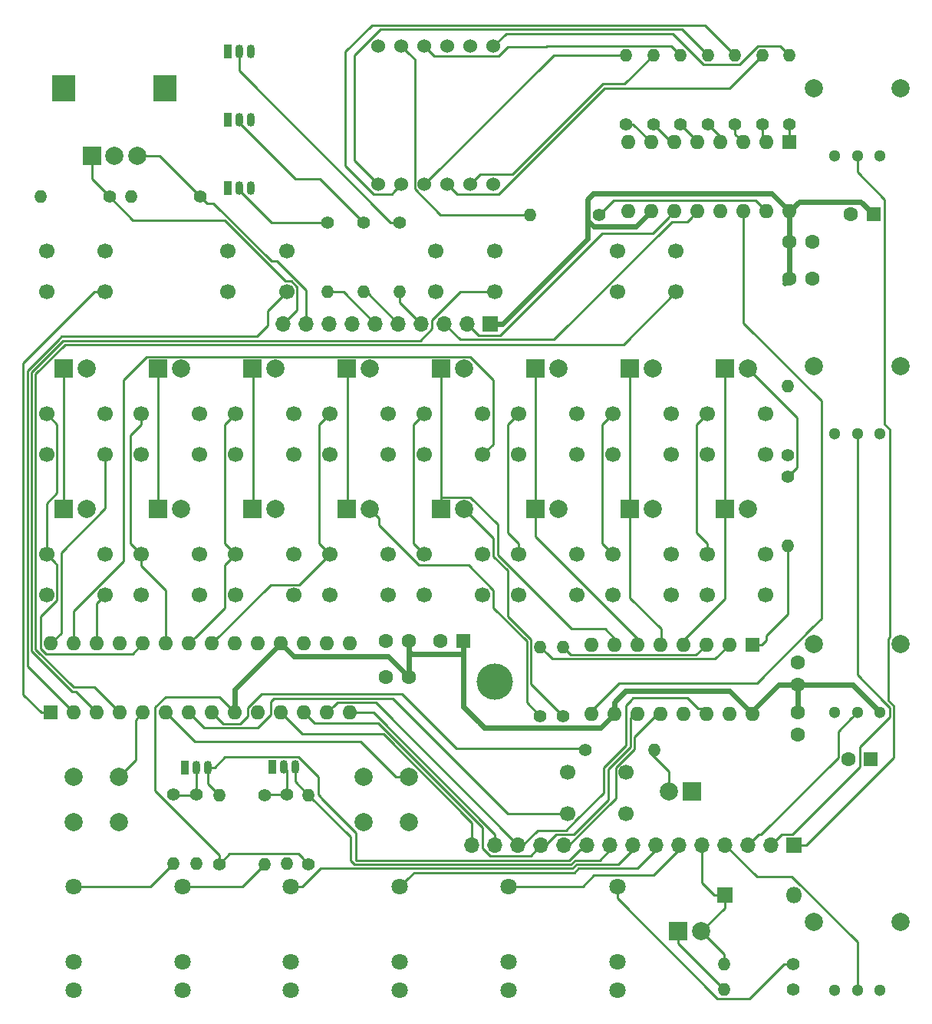
<source format=gtl>
G04 #@! TF.GenerationSoftware,KiCad,Pcbnew,(5.0.0)*
G04 #@! TF.CreationDate,2019-04-03T17:17:35-07:00*
G04 #@! TF.ProjectId,kicad-control-board,6B696361642D636F6E74726F6C2D626F,rev?*
G04 #@! TF.SameCoordinates,Original*
G04 #@! TF.FileFunction,Copper,L1,Top,Signal*
G04 #@! TF.FilePolarity,Positive*
%FSLAX46Y46*%
G04 Gerber Fmt 4.6, Leading zero omitted, Abs format (unit mm)*
G04 Created by KiCad (PCBNEW (5.0.0)) date 04/03/19 17:17:35*
%MOMM*%
%LPD*%
G01*
G04 APERTURE LIST*
G04 #@! TA.AperFunction,ComponentPad*
%ADD10C,1.524000*%
G04 #@! TD*
G04 #@! TA.AperFunction,ComponentPad*
%ADD11O,1.600000X1.600000*%
G04 #@! TD*
G04 #@! TA.AperFunction,ComponentPad*
%ADD12R,1.600000X1.600000*%
G04 #@! TD*
G04 #@! TA.AperFunction,ComponentPad*
%ADD13O,1.700000X1.700000*%
G04 #@! TD*
G04 #@! TA.AperFunction,ComponentPad*
%ADD14R,1.700000X1.700000*%
G04 #@! TD*
G04 #@! TA.AperFunction,ComponentPad*
%ADD15O,1.400000X1.400000*%
G04 #@! TD*
G04 #@! TA.AperFunction,ComponentPad*
%ADD16C,1.400000*%
G04 #@! TD*
G04 #@! TA.AperFunction,ComponentPad*
%ADD17C,1.600000*%
G04 #@! TD*
G04 #@! TA.AperFunction,ComponentPad*
%ADD18R,2.500000X3.000000*%
G04 #@! TD*
G04 #@! TA.AperFunction,ComponentPad*
%ADD19C,2.000000*%
G04 #@! TD*
G04 #@! TA.AperFunction,ComponentPad*
%ADD20R,2.000000X2.000000*%
G04 #@! TD*
G04 #@! TA.AperFunction,ComponentPad*
%ADD21C,1.700000*%
G04 #@! TD*
G04 #@! TA.AperFunction,ComponentPad*
%ADD22O,1.800000X1.800000*%
G04 #@! TD*
G04 #@! TA.AperFunction,ComponentPad*
%ADD23R,1.800000X1.800000*%
G04 #@! TD*
G04 #@! TA.AperFunction,ComponentPad*
%ADD24C,1.800000*%
G04 #@! TD*
G04 #@! TA.AperFunction,ComponentPad*
%ADD25R,0.900000X1.500000*%
G04 #@! TD*
G04 #@! TA.AperFunction,ComponentPad*
%ADD26O,0.900000X1.500000*%
G04 #@! TD*
G04 #@! TA.AperFunction,ComponentPad*
%ADD27C,1.300000*%
G04 #@! TD*
G04 #@! TA.AperFunction,ViaPad*
%ADD28C,4.000000*%
G04 #@! TD*
G04 #@! TA.AperFunction,Conductor*
%ADD29C,0.600000*%
G04 #@! TD*
G04 #@! TA.AperFunction,Conductor*
%ADD30C,0.250000*%
G04 #@! TD*
G04 APERTURE END LIST*
D10*
G04 #@! TO.P,J3,1*
G04 #@! TO.N,Net-(J3-Pad1)*
X52150000Y-30620000D03*
G04 #@! TO.P,J3,2*
G04 #@! TO.N,Net-(J3-Pad2)*
X54690000Y-30620000D03*
G04 #@! TO.P,J3,3*
G04 #@! TO.N,Net-(J3-Pad3)*
X57230000Y-30620000D03*
G04 #@! TO.P,J3,4*
G04 #@! TO.N,Net-(J3-Pad4)*
X59770000Y-30620000D03*
G04 #@! TO.P,J3,5*
G04 #@! TO.N,Net-(J3-Pad5)*
X62310000Y-30620000D03*
G04 #@! TO.P,J3,6*
G04 #@! TO.N,Net-(J3-Pad6)*
X64850000Y-30620000D03*
G04 #@! TO.P,J3,7*
G04 #@! TO.N,Net-(J3-Pad7)*
X64850000Y-15380000D03*
G04 #@! TO.P,J3,8*
G04 #@! TO.N,Net-(J3-Pad8)*
X62310000Y-15380000D03*
G04 #@! TO.P,J3,9*
G04 #@! TO.N,Net-(J3-Pad9)*
X59770000Y-15380000D03*
G04 #@! TO.P,J3,10*
G04 #@! TO.N,Net-(J3-Pad10)*
X57230000Y-15380000D03*
G04 #@! TO.P,J3,11*
G04 #@! TO.N,Net-(J3-Pad11)*
X54690000Y-15380000D03*
G04 #@! TO.P,J3,12*
G04 #@! TO.N,Net-(J3-Pad12)*
X52150000Y-15380000D03*
G04 #@! TD*
D11*
G04 #@! TO.P,U2,28*
G04 #@! TO.N,Net-(S1-Pad4)*
X16000000Y-81280000D03*
G04 #@! TO.P,U2,14*
G04 #@! TO.N,MISO*
X49020000Y-88900000D03*
G04 #@! TO.P,U2,27*
G04 #@! TO.N,Net-(S5-Pad4)*
X18540000Y-81280000D03*
G04 #@! TO.P,U2,13*
G04 #@! TO.N,MOSI*
X46480000Y-88900000D03*
G04 #@! TO.P,U2,26*
G04 #@! TO.N,Net-(S10-Pad4)*
X21080000Y-81280000D03*
G04 #@! TO.P,U2,12*
G04 #@! TO.N,SCK*
X43940000Y-88900000D03*
G04 #@! TO.P,U2,25*
G04 #@! TO.N,Net-(S13-Pad4)*
X23620000Y-81280000D03*
G04 #@! TO.P,U2,11*
G04 #@! TO.N,CS0*
X41400000Y-88900000D03*
G04 #@! TO.P,U2,24*
G04 #@! TO.N,Net-(S1-Pad1)*
X26160000Y-81280000D03*
G04 #@! TO.P,U2,10*
G04 #@! TO.N,GND*
X38860000Y-88900000D03*
G04 #@! TO.P,U2,23*
G04 #@! TO.N,Net-(S10-Pad1)*
X28700000Y-81280000D03*
G04 #@! TO.P,U2,9*
G04 #@! TO.N,+5V*
X36320000Y-88900000D03*
G04 #@! TO.P,U2,22*
G04 #@! TO.N,Net-(S11-Pad1)*
X31240000Y-81280000D03*
G04 #@! TO.P,U2,8*
G04 #@! TO.N,/A7*
X33780000Y-88900000D03*
G04 #@! TO.P,U2,21*
G04 #@! TO.N,Net-(S12-Pad1)*
X33780000Y-81280000D03*
G04 #@! TO.P,U2,7*
G04 #@! TO.N,/A6*
X31240000Y-88900000D03*
G04 #@! TO.P,U2,20*
G04 #@! TO.N,Net-(U2-Pad20)*
X36320000Y-81280000D03*
G04 #@! TO.P,U2,6*
G04 #@! TO.N,/A5*
X28700000Y-88900000D03*
G04 #@! TO.P,U2,19*
G04 #@! TO.N,Net-(U2-Pad19)*
X38860000Y-81280000D03*
G04 #@! TO.P,U2,5*
G04 #@! TO.N,/A4*
X26160000Y-88900000D03*
G04 #@! TO.P,U2,18*
G04 #@! TO.N,+5V*
X41400000Y-81280000D03*
G04 #@! TO.P,U2,4*
G04 #@! TO.N,/A3*
X23620000Y-88900000D03*
G04 #@! TO.P,U2,17*
G04 #@! TO.N,GND*
X43940000Y-81280000D03*
G04 #@! TO.P,U2,3*
G04 #@! TO.N,/A2*
X21080000Y-88900000D03*
G04 #@! TO.P,U2,16*
G04 #@! TO.N,GND*
X46480000Y-81280000D03*
G04 #@! TO.P,U2,2*
G04 #@! TO.N,/A1*
X18540000Y-88900000D03*
G04 #@! TO.P,U2,15*
G04 #@! TO.N,GND*
X49020000Y-81280000D03*
D12*
G04 #@! TO.P,U2,1*
G04 #@! TO.N,/A0*
X16000000Y-88900000D03*
G04 #@! TD*
D13*
G04 #@! TO.P,J2,15*
G04 #@! TO.N,CS0*
X62440000Y-103500000D03*
G04 #@! TO.P,J2,14*
G04 #@! TO.N,MISO*
X64980000Y-103500000D03*
G04 #@! TO.P,J2,13*
G04 #@! TO.N,MOSI*
X67520000Y-103500000D03*
G04 #@! TO.P,J2,12*
G04 #@! TO.N,SCK*
X70060000Y-103500000D03*
G04 #@! TO.P,J2,11*
G04 #@! TO.N,CS1*
X72600000Y-103500000D03*
G04 #@! TO.P,J2,10*
G04 #@! TO.N,ClockIn*
X75140000Y-103500000D03*
G04 #@! TO.P,J2,9*
G04 #@! TO.N,ResetIn*
X77680000Y-103500000D03*
G04 #@! TO.P,J2,8*
G04 #@! TO.N,CV*
X80220000Y-103500000D03*
G04 #@! TO.P,J2,7*
G04 #@! TO.N,Pitch*
X82760000Y-103500000D03*
G04 #@! TO.P,J2,6*
G04 #@! TO.N,ClockOut*
X85300000Y-103500000D03*
G04 #@! TO.P,J2,5*
G04 #@! TO.N,Gate*
X87840000Y-103500000D03*
G04 #@! TO.P,J2,4*
G04 #@! TO.N,AD4*
X90380000Y-103500000D03*
G04 #@! TO.P,J2,3*
G04 #@! TO.N,AD3*
X92920000Y-103500000D03*
G04 #@! TO.P,J2,2*
G04 #@! TO.N,AD2*
X95460000Y-103500000D03*
D14*
G04 #@! TO.P,J2,1*
G04 #@! TO.N,AD1*
X98000000Y-103500000D03*
G04 #@! TD*
D15*
G04 #@! TO.P,R23,2*
G04 #@! TO.N,Net-(J9-Pad3)*
X39600000Y-105620000D03*
D16*
G04 #@! TO.P,R23,1*
G04 #@! TO.N,Net-(Q5-Pad2)*
X39600000Y-98000000D03*
G04 #@! TD*
D17*
G04 #@! TO.P,C1,2*
G04 #@! TO.N,GND*
X59000000Y-81000000D03*
D12*
G04 #@! TO.P,C1,1*
G04 #@! TO.N,+5V*
X61500000Y-81000000D03*
G04 #@! TD*
D18*
G04 #@! TO.P,SW3,MP*
G04 #@! TO.N,N/C*
X28600000Y-20000000D03*
X17400000Y-20000000D03*
D19*
G04 #@! TO.P,SW3,B*
G04 #@! TO.N,ENC2*
X25500000Y-27500000D03*
G04 #@! TO.P,SW3,C*
G04 #@! TO.N,GND*
X23000000Y-27500000D03*
D20*
G04 #@! TO.P,SW3,A*
G04 #@! TO.N,ENC1*
X20500000Y-27500000D03*
G04 #@! TD*
D21*
G04 #@! TO.P,S9,1*
G04 #@! TO.N,Net-(S1-Pad1)*
X15500000Y-71450000D03*
G04 #@! TO.P,S9,2*
G04 #@! TO.N,Net-(S9-Pad2)*
X22000000Y-71450000D03*
G04 #@! TO.P,S9,3*
G04 #@! TO.N,Net-(S9-Pad3)*
X15500000Y-75950000D03*
G04 #@! TO.P,S9,4*
G04 #@! TO.N,Net-(S10-Pad4)*
X22000000Y-75950000D03*
G04 #@! TD*
D16*
G04 #@! TO.P,R14,1*
G04 #@! TO.N,Net-(Q1-Pad2)*
X54500000Y-34850000D03*
D15*
G04 #@! TO.P,R14,2*
G04 #@! TO.N,DIG1*
X54500000Y-42470000D03*
G04 #@! TD*
G04 #@! TO.P,R15,2*
G04 #@! TO.N,DIG2*
X50500000Y-42470000D03*
D16*
G04 #@! TO.P,R15,1*
G04 #@! TO.N,Net-(Q2-Pad2)*
X50500000Y-34850000D03*
G04 #@! TD*
G04 #@! TO.P,R16,1*
G04 #@! TO.N,Net-(Q3-Pad2)*
X46500000Y-34850000D03*
D15*
G04 #@! TO.P,R16,2*
G04 #@! TO.N,DIG3*
X46500000Y-42470000D03*
G04 #@! TD*
G04 #@! TO.P,R17,2*
G04 #@! TO.N,Net-(D18-Pad2)*
X82620000Y-93000000D03*
D16*
G04 #@! TO.P,R17,1*
G04 #@! TO.N,/A7*
X75000000Y-93000000D03*
G04 #@! TD*
G04 #@! TO.P,R19,1*
G04 #@! TO.N,+5V*
X34550000Y-105600000D03*
D15*
G04 #@! TO.P,R19,2*
G04 #@! TO.N,ClockIn*
X34550000Y-97980000D03*
G04 #@! TD*
G04 #@! TO.P,R21,2*
G04 #@! TO.N,GND*
X32050000Y-105570000D03*
D16*
G04 #@! TO.P,R21,1*
G04 #@! TO.N,Net-(Q4-Pad2)*
X32050000Y-97950000D03*
G04 #@! TD*
G04 #@! TO.P,R26,1*
G04 #@! TO.N,ENC2*
X32500000Y-32000000D03*
D15*
G04 #@! TO.P,R26,2*
G04 #@! TO.N,GND*
X24880000Y-32000000D03*
G04 #@! TD*
D16*
G04 #@! TO.P,R24,1*
G04 #@! TO.N,Net-(Q5-Pad2)*
X42050000Y-97950000D03*
D15*
G04 #@! TO.P,R24,2*
G04 #@! TO.N,GND*
X42050000Y-105570000D03*
G04 #@! TD*
G04 #@! TO.P,R25,2*
G04 #@! TO.N,GND*
X14830000Y-32000000D03*
D16*
G04 #@! TO.P,R25,1*
G04 #@! TO.N,ENC1*
X22450000Y-32000000D03*
G04 #@! TD*
G04 #@! TO.P,R18,1*
G04 #@! TO.N,Net-(J4-Pad3)*
X97900000Y-116600000D03*
D15*
G04 #@! TO.P,R18,2*
G04 #@! TO.N,Gate*
X90280000Y-116600000D03*
G04 #@! TD*
G04 #@! TO.P,R13,2*
G04 #@! TO.N,Net-(D17-Pad1)*
X90280000Y-119400000D03*
D16*
G04 #@! TO.P,R13,1*
G04 #@! TO.N,GND*
X97900000Y-119400000D03*
G04 #@! TD*
G04 #@! TO.P,R22,1*
G04 #@! TO.N,+5V*
X44450000Y-105600000D03*
D15*
G04 #@! TO.P,R22,2*
G04 #@! TO.N,ResetIn*
X44450000Y-97980000D03*
G04 #@! TD*
G04 #@! TO.P,R1,2*
G04 #@! TO.N,Net-(D1-Pad2)*
X97300000Y-52880000D03*
D16*
G04 #@! TO.P,R1,1*
G04 #@! TO.N,Net-(R1-Pad1)*
X97300000Y-60500000D03*
G04 #@! TD*
G04 #@! TO.P,R2,1*
G04 #@! TO.N,Net-(D5-Pad2)*
X97300000Y-62900000D03*
D15*
G04 #@! TO.P,R2,2*
G04 #@! TO.N,Net-(R2-Pad2)*
X97300000Y-70520000D03*
G04 #@! TD*
G04 #@! TO.P,R3,2*
G04 #@! TO.N,Net-(R3-Pad2)*
X70000000Y-81630000D03*
D16*
G04 #@! TO.P,R3,1*
G04 #@! TO.N,Net-(D10-Pad2)*
X70000000Y-89250000D03*
G04 #@! TD*
G04 #@! TO.P,R4,1*
G04 #@! TO.N,Net-(D13-Pad2)*
X72500000Y-89250000D03*
D15*
G04 #@! TO.P,R4,2*
G04 #@! TO.N,Net-(R4-Pad2)*
X72500000Y-81630000D03*
G04 #@! TD*
G04 #@! TO.P,R5,2*
G04 #@! TO.N,Net-(J3-Pad11)*
X68880000Y-34000000D03*
D16*
G04 #@! TO.P,R5,1*
G04 #@! TO.N,Net-(R5-Pad1)*
X76500000Y-34000000D03*
G04 #@! TD*
G04 #@! TO.P,R12,1*
G04 #@! TO.N,Net-(R12-Pad1)*
X79500000Y-24000000D03*
D15*
G04 #@! TO.P,R12,2*
G04 #@! TO.N,Net-(J3-Pad3)*
X79500000Y-16380000D03*
G04 #@! TD*
G04 #@! TO.P,R8,2*
G04 #@! TO.N,Net-(J3-Pad2)*
X91500000Y-16380000D03*
D16*
G04 #@! TO.P,R8,1*
G04 #@! TO.N,Net-(R8-Pad1)*
X91500000Y-24000000D03*
G04 #@! TD*
G04 #@! TO.P,R9,1*
G04 #@! TO.N,Net-(R9-Pad1)*
X88500000Y-24000000D03*
D15*
G04 #@! TO.P,R9,2*
G04 #@! TO.N,Net-(J3-Pad1)*
X88500000Y-16380000D03*
G04 #@! TD*
G04 #@! TO.P,R10,2*
G04 #@! TO.N,Net-(J3-Pad10)*
X85500000Y-16380000D03*
D16*
G04 #@! TO.P,R10,1*
G04 #@! TO.N,Net-(R10-Pad1)*
X85500000Y-24000000D03*
G04 #@! TD*
G04 #@! TO.P,R11,1*
G04 #@! TO.N,Net-(R11-Pad1)*
X82500000Y-24000000D03*
D15*
G04 #@! TO.P,R11,2*
G04 #@! TO.N,Net-(J3-Pad5)*
X82500000Y-16380000D03*
G04 #@! TD*
G04 #@! TO.P,R20,2*
G04 #@! TO.N,Net-(J6-Pad3)*
X29500000Y-105570000D03*
D16*
G04 #@! TO.P,R20,1*
G04 #@! TO.N,Net-(Q4-Pad2)*
X29500000Y-97950000D03*
G04 #@! TD*
G04 #@! TO.P,R6,1*
G04 #@! TO.N,Net-(R6-Pad1)*
X97500000Y-24000000D03*
D15*
G04 #@! TO.P,R6,2*
G04 #@! TO.N,Net-(J3-Pad7)*
X97500000Y-16380000D03*
G04 #@! TD*
G04 #@! TO.P,R7,2*
G04 #@! TO.N,Net-(J3-Pad4)*
X94500000Y-16380000D03*
D16*
G04 #@! TO.P,R7,1*
G04 #@! TO.N,Net-(R7-Pad1)*
X94500000Y-24000000D03*
G04 #@! TD*
D17*
G04 #@! TO.P,C2,2*
G04 #@! TO.N,GND*
X98400000Y-91325000D03*
G04 #@! TO.P,C2,1*
G04 #@! TO.N,+5V*
X98400000Y-88825000D03*
G04 #@! TD*
G04 #@! TO.P,C3,2*
G04 #@! TO.N,GND*
X100000000Y-37000000D03*
G04 #@! TO.P,C3,1*
G04 #@! TO.N,+5V*
X97500000Y-37000000D03*
G04 #@! TD*
G04 #@! TO.P,C4,2*
G04 #@! TO.N,GND*
X104000000Y-94000000D03*
D12*
G04 #@! TO.P,C4,1*
G04 #@! TO.N,+5V*
X106500000Y-94000000D03*
G04 #@! TD*
D17*
G04 #@! TO.P,C5,1*
G04 #@! TO.N,+5V*
X55500000Y-85000000D03*
G04 #@! TO.P,C5,2*
G04 #@! TO.N,GND*
X53000000Y-85000000D03*
G04 #@! TD*
G04 #@! TO.P,C6,2*
G04 #@! TO.N,GND*
X53000000Y-81000000D03*
G04 #@! TO.P,C6,1*
G04 #@! TO.N,+5V*
X55500000Y-81000000D03*
G04 #@! TD*
G04 #@! TO.P,C7,2*
G04 #@! TO.N,GND*
X104300000Y-33950000D03*
D12*
G04 #@! TO.P,C7,1*
G04 #@! TO.N,+5V*
X106800000Y-33950000D03*
G04 #@! TD*
D17*
G04 #@! TO.P,C8,2*
G04 #@! TO.N,GND*
X100000000Y-41000000D03*
G04 #@! TO.P,C8,1*
G04 #@! TO.N,+5V*
X97500000Y-41000000D03*
G04 #@! TD*
G04 #@! TO.P,C9,1*
G04 #@! TO.N,+5V*
X98400000Y-85825000D03*
G04 #@! TO.P,C9,2*
G04 #@! TO.N,GND*
X98400000Y-83325000D03*
G04 #@! TD*
D20*
G04 #@! TO.P,D1,1*
G04 #@! TO.N,Net-(D1-Pad1)*
X17430000Y-50950000D03*
D19*
G04 #@! TO.P,D1,2*
G04 #@! TO.N,Net-(D1-Pad2)*
X19970000Y-50950000D03*
G04 #@! TD*
D20*
G04 #@! TO.P,D2,1*
G04 #@! TO.N,Net-(D10-Pad1)*
X27846326Y-50950000D03*
D19*
G04 #@! TO.P,D2,2*
G04 #@! TO.N,Net-(D1-Pad2)*
X30386326Y-50950000D03*
G04 #@! TD*
G04 #@! TO.P,D3,2*
G04 #@! TO.N,Net-(D1-Pad2)*
X40802652Y-50950000D03*
D20*
G04 #@! TO.P,D3,1*
G04 #@! TO.N,Net-(D11-Pad1)*
X38262652Y-50950000D03*
G04 #@! TD*
D19*
G04 #@! TO.P,D4,2*
G04 #@! TO.N,Net-(D1-Pad2)*
X51218978Y-50950000D03*
D20*
G04 #@! TO.P,D4,1*
G04 #@! TO.N,Net-(D12-Pad1)*
X48678978Y-50950000D03*
G04 #@! TD*
G04 #@! TO.P,D5,1*
G04 #@! TO.N,Net-(D1-Pad1)*
X90344284Y-50950000D03*
D19*
G04 #@! TO.P,D5,2*
G04 #@! TO.N,Net-(D5-Pad2)*
X92884284Y-50950000D03*
G04 #@! TD*
D20*
G04 #@! TO.P,D6,1*
G04 #@! TO.N,Net-(D10-Pad1)*
X79927956Y-50950000D03*
D19*
G04 #@! TO.P,D6,2*
G04 #@! TO.N,Net-(D5-Pad2)*
X82467956Y-50950000D03*
G04 #@! TD*
D20*
G04 #@! TO.P,D7,1*
G04 #@! TO.N,Net-(D11-Pad1)*
X69511630Y-50950000D03*
D19*
G04 #@! TO.P,D7,2*
G04 #@! TO.N,Net-(D5-Pad2)*
X72051630Y-50950000D03*
G04 #@! TD*
D20*
G04 #@! TO.P,D8,1*
G04 #@! TO.N,Net-(D12-Pad1)*
X59095304Y-50950000D03*
D19*
G04 #@! TO.P,D8,2*
G04 #@! TO.N,Net-(D5-Pad2)*
X61635304Y-50950000D03*
G04 #@! TD*
D20*
G04 #@! TO.P,D9,1*
G04 #@! TO.N,Net-(D1-Pad1)*
X17430000Y-66450000D03*
D19*
G04 #@! TO.P,D9,2*
G04 #@! TO.N,Net-(D10-Pad2)*
X19970000Y-66450000D03*
G04 #@! TD*
D20*
G04 #@! TO.P,D10,1*
G04 #@! TO.N,Net-(D10-Pad1)*
X27846326Y-66450000D03*
D19*
G04 #@! TO.P,D10,2*
G04 #@! TO.N,Net-(D10-Pad2)*
X30386326Y-66450000D03*
G04 #@! TD*
D20*
G04 #@! TO.P,D11,1*
G04 #@! TO.N,Net-(D11-Pad1)*
X38262652Y-66450000D03*
D19*
G04 #@! TO.P,D11,2*
G04 #@! TO.N,Net-(D10-Pad2)*
X40802652Y-66450000D03*
G04 #@! TD*
D20*
G04 #@! TO.P,D12,1*
G04 #@! TO.N,Net-(D12-Pad1)*
X48678978Y-66450000D03*
D19*
G04 #@! TO.P,D12,2*
G04 #@! TO.N,Net-(D10-Pad2)*
X51218978Y-66450000D03*
G04 #@! TD*
G04 #@! TO.P,D13,2*
G04 #@! TO.N,Net-(D13-Pad2)*
X92884284Y-66450000D03*
D20*
G04 #@! TO.P,D13,1*
G04 #@! TO.N,Net-(D1-Pad1)*
X90344284Y-66450000D03*
G04 #@! TD*
D19*
G04 #@! TO.P,D14,2*
G04 #@! TO.N,Net-(D13-Pad2)*
X82467956Y-66450000D03*
D20*
G04 #@! TO.P,D14,1*
G04 #@! TO.N,Net-(D10-Pad1)*
X79927956Y-66450000D03*
G04 #@! TD*
G04 #@! TO.P,D15,1*
G04 #@! TO.N,Net-(D11-Pad1)*
X69511630Y-66450000D03*
D19*
G04 #@! TO.P,D15,2*
G04 #@! TO.N,Net-(D13-Pad2)*
X72051630Y-66450000D03*
G04 #@! TD*
D20*
G04 #@! TO.P,D16,1*
G04 #@! TO.N,Net-(D12-Pad1)*
X59095304Y-66450000D03*
D19*
G04 #@! TO.P,D16,2*
G04 #@! TO.N,Net-(D13-Pad2)*
X61635304Y-66450000D03*
G04 #@! TD*
D20*
G04 #@! TO.P,D17,1*
G04 #@! TO.N,Net-(D17-Pad1)*
X85230000Y-113000000D03*
D19*
G04 #@! TO.P,D17,2*
G04 #@! TO.N,Gate*
X87770000Y-113000000D03*
G04 #@! TD*
G04 #@! TO.P,D18,2*
G04 #@! TO.N,Net-(D18-Pad2)*
X84180000Y-97600000D03*
D20*
G04 #@! TO.P,D18,1*
G04 #@! TO.N,GND*
X86720000Y-97600000D03*
G04 #@! TD*
D22*
G04 #@! TO.P,D19,2*
G04 #@! TO.N,GND*
X97970000Y-109000000D03*
D23*
G04 #@! TO.P,D19,1*
G04 #@! TO.N,Gate*
X90350000Y-109000000D03*
G04 #@! TD*
D14*
G04 #@! TO.P,J1,1*
G04 #@! TO.N,+5V*
X64500000Y-46000000D03*
D13*
G04 #@! TO.P,J1,2*
G04 #@! TO.N,SCKA*
X61960000Y-46000000D03*
G04 #@! TO.P,J1,3*
G04 #@! TO.N,CS1A*
X59420000Y-46000000D03*
G04 #@! TO.P,J1,4*
G04 #@! TO.N,DIG1*
X56880000Y-46000000D03*
G04 #@! TO.P,J1,5*
G04 #@! TO.N,DIG2*
X54340000Y-46000000D03*
G04 #@! TO.P,J1,6*
G04 #@! TO.N,DIG3*
X51800000Y-46000000D03*
G04 #@! TO.P,J1,7*
G04 #@! TO.N,GND*
X49260000Y-46000000D03*
G04 #@! TO.P,J1,8*
X46720000Y-46000000D03*
G04 #@! TO.P,J1,9*
G04 #@! TO.N,ENC2*
X44180000Y-46000000D03*
G04 #@! TO.P,J1,10*
G04 #@! TO.N,ENC1*
X41640000Y-46000000D03*
G04 #@! TD*
D24*
G04 #@! TO.P,J4,3*
G04 #@! TO.N,Net-(J4-Pad3)*
X78500000Y-108080000D03*
G04 #@! TO.P,J4,1*
G04 #@! TO.N,GND*
X78500000Y-119480000D03*
G04 #@! TO.P,J4,2*
G04 #@! TO.N,Net-(J4-Pad2)*
X78500000Y-116380000D03*
G04 #@! TD*
G04 #@! TO.P,J5,3*
G04 #@! TO.N,ClockOut*
X66500000Y-108080000D03*
G04 #@! TO.P,J5,1*
G04 #@! TO.N,GND*
X66500000Y-119480000D03*
G04 #@! TO.P,J5,2*
G04 #@! TO.N,Net-(J5-Pad2)*
X66500000Y-116380000D03*
G04 #@! TD*
G04 #@! TO.P,J6,2*
G04 #@! TO.N,Net-(J6-Pad2)*
X18500000Y-116380000D03*
G04 #@! TO.P,J6,1*
G04 #@! TO.N,GND*
X18500000Y-119480000D03*
G04 #@! TO.P,J6,3*
G04 #@! TO.N,Net-(J6-Pad3)*
X18500000Y-108080000D03*
G04 #@! TD*
G04 #@! TO.P,J7,2*
G04 #@! TO.N,Net-(J7-Pad2)*
X54500000Y-116380000D03*
G04 #@! TO.P,J7,1*
G04 #@! TO.N,GND*
X54500000Y-119480000D03*
G04 #@! TO.P,J7,3*
G04 #@! TO.N,Pitch*
X54500000Y-108080000D03*
G04 #@! TD*
G04 #@! TO.P,J8,2*
G04 #@! TO.N,Net-(J8-Pad2)*
X42500000Y-116380000D03*
G04 #@! TO.P,J8,1*
G04 #@! TO.N,GND*
X42500000Y-119480000D03*
G04 #@! TO.P,J8,3*
G04 #@! TO.N,CV*
X42500000Y-108080000D03*
G04 #@! TD*
G04 #@! TO.P,J9,3*
G04 #@! TO.N,Net-(J9-Pad3)*
X30500000Y-108080000D03*
G04 #@! TO.P,J9,1*
G04 #@! TO.N,GND*
X30500000Y-119480000D03*
G04 #@! TO.P,J9,2*
G04 #@! TO.N,Net-(J9-Pad2)*
X30500000Y-116380000D03*
G04 #@! TD*
D25*
G04 #@! TO.P,Q1,1*
G04 #@! TO.N,GND*
X35500000Y-16000000D03*
D26*
G04 #@! TO.P,Q1,3*
G04 #@! TO.N,Net-(J3-Pad12)*
X38040000Y-16000000D03*
G04 #@! TO.P,Q1,2*
G04 #@! TO.N,Net-(Q1-Pad2)*
X36770000Y-16000000D03*
G04 #@! TD*
G04 #@! TO.P,Q2,2*
G04 #@! TO.N,Net-(Q2-Pad2)*
X36770000Y-23500000D03*
G04 #@! TO.P,Q2,3*
G04 #@! TO.N,Net-(J3-Pad9)*
X38040000Y-23500000D03*
D25*
G04 #@! TO.P,Q2,1*
G04 #@! TO.N,GND*
X35500000Y-23500000D03*
G04 #@! TD*
G04 #@! TO.P,Q3,1*
G04 #@! TO.N,GND*
X35500000Y-31000000D03*
D26*
G04 #@! TO.P,Q3,3*
G04 #@! TO.N,Net-(J3-Pad8)*
X38040000Y-31000000D03*
G04 #@! TO.P,Q3,2*
G04 #@! TO.N,Net-(Q3-Pad2)*
X36770000Y-31000000D03*
G04 #@! TD*
D25*
G04 #@! TO.P,Q4,1*
G04 #@! TO.N,GND*
X30800000Y-94950000D03*
D26*
G04 #@! TO.P,Q4,3*
G04 #@! TO.N,ClockIn*
X33340000Y-94950000D03*
G04 #@! TO.P,Q4,2*
G04 #@! TO.N,Net-(Q4-Pad2)*
X32070000Y-94950000D03*
G04 #@! TD*
G04 #@! TO.P,Q5,2*
G04 #@! TO.N,Net-(Q5-Pad2)*
X41720000Y-94850000D03*
G04 #@! TO.P,Q5,3*
G04 #@! TO.N,ResetIn*
X42990000Y-94850000D03*
D25*
G04 #@! TO.P,Q5,1*
G04 #@! TO.N,GND*
X40450000Y-94850000D03*
G04 #@! TD*
D19*
G04 #@! TO.P,RV1,*
G04 #@! TO.N,*
X109800000Y-20000000D03*
X100200000Y-20000000D03*
D27*
G04 #@! TO.P,RV1,3*
G04 #@! TO.N,+5V*
X107500000Y-27500000D03*
G04 #@! TO.P,RV1,2*
G04 #@! TO.N,AD1*
X105000000Y-27500000D03*
G04 #@! TO.P,RV1,1*
G04 #@! TO.N,GND*
X102500000Y-27500000D03*
G04 #@! TD*
G04 #@! TO.P,RV2,1*
G04 #@! TO.N,GND*
X102500000Y-58166666D03*
G04 #@! TO.P,RV2,2*
G04 #@! TO.N,AD2*
X105000000Y-58166666D03*
G04 #@! TO.P,RV2,3*
G04 #@! TO.N,+5V*
X107500000Y-58166666D03*
D19*
G04 #@! TO.P,RV2,*
G04 #@! TO.N,*
X100200000Y-50666666D03*
X109800000Y-50666666D03*
G04 #@! TD*
G04 #@! TO.P,RV3,*
G04 #@! TO.N,*
X109800000Y-81333332D03*
X100200000Y-81333332D03*
D27*
G04 #@! TO.P,RV3,3*
G04 #@! TO.N,+5V*
X107500000Y-88833332D03*
G04 #@! TO.P,RV3,2*
G04 #@! TO.N,AD3*
X105000000Y-88833332D03*
G04 #@! TO.P,RV3,1*
G04 #@! TO.N,GND*
X102500000Y-88833332D03*
G04 #@! TD*
G04 #@! TO.P,RV4,1*
G04 #@! TO.N,GND*
X102500000Y-119500000D03*
G04 #@! TO.P,RV4,2*
G04 #@! TO.N,AD4*
X105000000Y-119500000D03*
G04 #@! TO.P,RV4,3*
G04 #@! TO.N,+5V*
X107500000Y-119500000D03*
D19*
G04 #@! TO.P,RV4,*
G04 #@! TO.N,*
X100200000Y-112000000D03*
X109800000Y-112000000D03*
G04 #@! TD*
D21*
G04 #@! TO.P,S1,4*
G04 #@! TO.N,Net-(S1-Pad4)*
X22000000Y-60450000D03*
G04 #@! TO.P,S1,3*
G04 #@! TO.N,Net-(S1-Pad3)*
X15500000Y-60450000D03*
G04 #@! TO.P,S1,2*
G04 #@! TO.N,Net-(S1-Pad2)*
X22000000Y-55950000D03*
G04 #@! TO.P,S1,1*
G04 #@! TO.N,Net-(S1-Pad1)*
X15500000Y-55950000D03*
G04 #@! TD*
G04 #@! TO.P,S2,1*
G04 #@! TO.N,Net-(S10-Pad1)*
X25916326Y-55950000D03*
G04 #@! TO.P,S2,2*
G04 #@! TO.N,Net-(S2-Pad2)*
X32416326Y-55950000D03*
G04 #@! TO.P,S2,3*
G04 #@! TO.N,Net-(S2-Pad3)*
X25916326Y-60450000D03*
G04 #@! TO.P,S2,4*
G04 #@! TO.N,Net-(S1-Pad4)*
X32416326Y-60450000D03*
G04 #@! TD*
G04 #@! TO.P,S3,4*
G04 #@! TO.N,Net-(S1-Pad4)*
X42832652Y-60450000D03*
G04 #@! TO.P,S3,3*
G04 #@! TO.N,Net-(S3-Pad3)*
X36332652Y-60450000D03*
G04 #@! TO.P,S3,2*
G04 #@! TO.N,Net-(S3-Pad2)*
X42832652Y-55950000D03*
G04 #@! TO.P,S3,1*
G04 #@! TO.N,Net-(S11-Pad1)*
X36332652Y-55950000D03*
G04 #@! TD*
G04 #@! TO.P,S4,4*
G04 #@! TO.N,Net-(S1-Pad4)*
X53248978Y-60450000D03*
G04 #@! TO.P,S4,3*
G04 #@! TO.N,Net-(S4-Pad3)*
X46748978Y-60450000D03*
G04 #@! TO.P,S4,2*
G04 #@! TO.N,Net-(S4-Pad2)*
X53248978Y-55950000D03*
G04 #@! TO.P,S4,1*
G04 #@! TO.N,Net-(S12-Pad1)*
X46748978Y-55950000D03*
G04 #@! TD*
G04 #@! TO.P,S5,1*
G04 #@! TO.N,Net-(S1-Pad1)*
X88414284Y-55950000D03*
G04 #@! TO.P,S5,2*
G04 #@! TO.N,Net-(S5-Pad2)*
X94914284Y-55950000D03*
G04 #@! TO.P,S5,3*
G04 #@! TO.N,Net-(S5-Pad3)*
X88414284Y-60450000D03*
G04 #@! TO.P,S5,4*
G04 #@! TO.N,Net-(S5-Pad4)*
X94914284Y-60450000D03*
G04 #@! TD*
G04 #@! TO.P,S6,1*
G04 #@! TO.N,Net-(S10-Pad1)*
X77997956Y-55950000D03*
G04 #@! TO.P,S6,2*
G04 #@! TO.N,Net-(S6-Pad2)*
X84497956Y-55950000D03*
G04 #@! TO.P,S6,3*
G04 #@! TO.N,Net-(S6-Pad3)*
X77997956Y-60450000D03*
G04 #@! TO.P,S6,4*
G04 #@! TO.N,Net-(S5-Pad4)*
X84497956Y-60450000D03*
G04 #@! TD*
G04 #@! TO.P,S7,4*
G04 #@! TO.N,Net-(S5-Pad4)*
X74081630Y-60450000D03*
G04 #@! TO.P,S7,3*
G04 #@! TO.N,Net-(S7-Pad3)*
X67581630Y-60450000D03*
G04 #@! TO.P,S7,2*
G04 #@! TO.N,Net-(S7-Pad2)*
X74081630Y-55950000D03*
G04 #@! TO.P,S7,1*
G04 #@! TO.N,Net-(S11-Pad1)*
X67581630Y-55950000D03*
G04 #@! TD*
G04 #@! TO.P,S8,1*
G04 #@! TO.N,Net-(S12-Pad1)*
X57165304Y-55950000D03*
G04 #@! TO.P,S8,2*
G04 #@! TO.N,Net-(S8-Pad2)*
X63665304Y-55950000D03*
G04 #@! TO.P,S8,3*
G04 #@! TO.N,Net-(S8-Pad3)*
X57165304Y-60450000D03*
G04 #@! TO.P,S8,4*
G04 #@! TO.N,Net-(S5-Pad4)*
X63665304Y-60450000D03*
G04 #@! TD*
G04 #@! TO.P,S10,4*
G04 #@! TO.N,Net-(S10-Pad4)*
X32416326Y-75950000D03*
G04 #@! TO.P,S10,3*
G04 #@! TO.N,Net-(S10-Pad3)*
X25916326Y-75950000D03*
G04 #@! TO.P,S10,2*
G04 #@! TO.N,Net-(S10-Pad2)*
X32416326Y-71450000D03*
G04 #@! TO.P,S10,1*
G04 #@! TO.N,Net-(S10-Pad1)*
X25916326Y-71450000D03*
G04 #@! TD*
G04 #@! TO.P,S11,1*
G04 #@! TO.N,Net-(S11-Pad1)*
X36332652Y-71450000D03*
G04 #@! TO.P,S11,2*
G04 #@! TO.N,Net-(S11-Pad2)*
X42832652Y-71450000D03*
G04 #@! TO.P,S11,3*
G04 #@! TO.N,Net-(S11-Pad3)*
X36332652Y-75950000D03*
G04 #@! TO.P,S11,4*
G04 #@! TO.N,Net-(S10-Pad4)*
X42832652Y-75950000D03*
G04 #@! TD*
G04 #@! TO.P,S12,1*
G04 #@! TO.N,Net-(S12-Pad1)*
X46748978Y-71450000D03*
G04 #@! TO.P,S12,2*
G04 #@! TO.N,Net-(S12-Pad2)*
X53248978Y-71450000D03*
G04 #@! TO.P,S12,3*
G04 #@! TO.N,Net-(S12-Pad3)*
X46748978Y-75950000D03*
G04 #@! TO.P,S12,4*
G04 #@! TO.N,Net-(S10-Pad4)*
X53248978Y-75950000D03*
G04 #@! TD*
G04 #@! TO.P,S13,4*
G04 #@! TO.N,Net-(S13-Pad4)*
X94914284Y-75950000D03*
G04 #@! TO.P,S13,3*
G04 #@! TO.N,Net-(S13-Pad3)*
X88414284Y-75950000D03*
G04 #@! TO.P,S13,2*
G04 #@! TO.N,Net-(S13-Pad2)*
X94914284Y-71450000D03*
G04 #@! TO.P,S13,1*
G04 #@! TO.N,Net-(S1-Pad1)*
X88414284Y-71450000D03*
G04 #@! TD*
G04 #@! TO.P,S14,1*
G04 #@! TO.N,Net-(S10-Pad1)*
X77997956Y-71450000D03*
G04 #@! TO.P,S14,2*
G04 #@! TO.N,Net-(S14-Pad2)*
X84497956Y-71450000D03*
G04 #@! TO.P,S14,3*
G04 #@! TO.N,Net-(S14-Pad3)*
X77997956Y-75950000D03*
G04 #@! TO.P,S14,4*
G04 #@! TO.N,Net-(S13-Pad4)*
X84497956Y-75950000D03*
G04 #@! TD*
G04 #@! TO.P,S15,4*
G04 #@! TO.N,Net-(S13-Pad4)*
X74081630Y-75950000D03*
G04 #@! TO.P,S15,3*
G04 #@! TO.N,Net-(S15-Pad3)*
X67581630Y-75950000D03*
G04 #@! TO.P,S15,2*
G04 #@! TO.N,Net-(S15-Pad2)*
X74081630Y-71450000D03*
G04 #@! TO.P,S15,1*
G04 #@! TO.N,Net-(S11-Pad1)*
X67581630Y-71450000D03*
G04 #@! TD*
G04 #@! TO.P,S16,1*
G04 #@! TO.N,Net-(S12-Pad1)*
X57165304Y-71450000D03*
G04 #@! TO.P,S16,2*
G04 #@! TO.N,Net-(S16-Pad2)*
X63665304Y-71450000D03*
G04 #@! TO.P,S16,3*
G04 #@! TO.N,Net-(S16-Pad3)*
X57165304Y-75950000D03*
G04 #@! TO.P,S16,4*
G04 #@! TO.N,Net-(S13-Pad4)*
X63665304Y-75950000D03*
G04 #@! TD*
G04 #@! TO.P,S17,1*
G04 #@! TO.N,Net-(S17-Pad1)*
X35500000Y-38000000D03*
G04 #@! TO.P,S17,2*
G04 #@! TO.N,GND*
X42000000Y-38000000D03*
G04 #@! TO.P,S17,3*
G04 #@! TO.N,Net-(S17-Pad3)*
X35500000Y-42500000D03*
G04 #@! TO.P,S17,4*
G04 #@! TO.N,/A1*
X42000000Y-42500000D03*
G04 #@! TD*
G04 #@! TO.P,S18,4*
G04 #@! TO.N,/A2*
X65000000Y-42500000D03*
G04 #@! TO.P,S18,3*
G04 #@! TO.N,Net-(S18-Pad3)*
X58500000Y-42500000D03*
G04 #@! TO.P,S18,2*
G04 #@! TO.N,GND*
X65000000Y-38000000D03*
G04 #@! TO.P,S18,1*
G04 #@! TO.N,Net-(S18-Pad1)*
X58500000Y-38000000D03*
G04 #@! TD*
G04 #@! TO.P,S19,4*
G04 #@! TO.N,/A3*
X85000000Y-42500000D03*
G04 #@! TO.P,S19,3*
G04 #@! TO.N,Net-(S19-Pad3)*
X78500000Y-42500000D03*
G04 #@! TO.P,S19,2*
G04 #@! TO.N,GND*
X85000000Y-38000000D03*
G04 #@! TO.P,S19,1*
G04 #@! TO.N,Net-(S19-Pad1)*
X78500000Y-38000000D03*
G04 #@! TD*
G04 #@! TO.P,S20,1*
G04 #@! TO.N,Net-(S20-Pad1)*
X15500000Y-38000000D03*
G04 #@! TO.P,S20,2*
G04 #@! TO.N,GND*
X22000000Y-38000000D03*
G04 #@! TO.P,S20,3*
G04 #@! TO.N,Net-(S20-Pad3)*
X15500000Y-42500000D03*
G04 #@! TO.P,S20,4*
G04 #@! TO.N,/A0*
X22000000Y-42500000D03*
G04 #@! TD*
G04 #@! TO.P,S21,4*
G04 #@! TO.N,GND*
X73000000Y-95500000D03*
G04 #@! TO.P,S21,3*
G04 #@! TO.N,Net-(S21-Pad3)*
X79500000Y-95500000D03*
G04 #@! TO.P,S21,2*
G04 #@! TO.N,/A6*
X73000000Y-100000000D03*
G04 #@! TO.P,S21,1*
G04 #@! TO.N,Net-(S21-Pad1)*
X79500000Y-100000000D03*
G04 #@! TD*
D19*
G04 #@! TO.P,SW1,1*
G04 #@! TO.N,GND*
X18500000Y-96000000D03*
G04 #@! TO.P,SW1,2*
G04 #@! TO.N,/A4*
X23500000Y-96000000D03*
G04 #@! TO.P,SW1,4*
G04 #@! TO.N,N/C*
X23500000Y-101000000D03*
G04 #@! TO.P,SW1,3*
X18500000Y-101000000D03*
G04 #@! TD*
G04 #@! TO.P,SW2,3*
G04 #@! TO.N,N/C*
X50500000Y-101000000D03*
G04 #@! TO.P,SW2,4*
X55500000Y-101000000D03*
G04 #@! TO.P,SW2,2*
G04 #@! TO.N,/A5*
X55500000Y-96000000D03*
G04 #@! TO.P,SW2,1*
G04 #@! TO.N,GND*
X50500000Y-96000000D03*
G04 #@! TD*
D11*
G04 #@! TO.P,U1,16*
G04 #@! TO.N,+5V*
X93400000Y-89020000D03*
G04 #@! TO.P,U1,8*
G04 #@! TO.N,GND*
X75620000Y-81400000D03*
G04 #@! TO.P,U1,15*
G04 #@! TO.N,Net-(R1-Pad1)*
X90860000Y-89020000D03*
G04 #@! TO.P,U1,7*
G04 #@! TO.N,Net-(D12-Pad1)*
X78160000Y-81400000D03*
G04 #@! TO.P,U1,14*
G04 #@! TO.N,MOSI*
X88320000Y-89020000D03*
G04 #@! TO.P,U1,6*
G04 #@! TO.N,Net-(D11-Pad1)*
X80700000Y-81400000D03*
G04 #@! TO.P,U1,13*
G04 #@! TO.N,GND*
X85780000Y-89020000D03*
G04 #@! TO.P,U1,5*
G04 #@! TO.N,Net-(D10-Pad1)*
X83240000Y-81400000D03*
G04 #@! TO.P,U1,12*
G04 #@! TO.N,CS1*
X83240000Y-89020000D03*
G04 #@! TO.P,U1,4*
G04 #@! TO.N,Net-(D1-Pad1)*
X85780000Y-81400000D03*
G04 #@! TO.P,U1,11*
G04 #@! TO.N,SCK*
X80700000Y-89020000D03*
G04 #@! TO.P,U1,3*
G04 #@! TO.N,Net-(R4-Pad2)*
X88320000Y-81400000D03*
G04 #@! TO.P,U1,10*
G04 #@! TO.N,+5V*
X78160000Y-89020000D03*
G04 #@! TO.P,U1,2*
G04 #@! TO.N,Net-(R3-Pad2)*
X90860000Y-81400000D03*
G04 #@! TO.P,U1,9*
G04 #@! TO.N,Net-(U1-Pad9)*
X75620000Y-89020000D03*
D12*
G04 #@! TO.P,U1,1*
G04 #@! TO.N,Net-(R2-Pad2)*
X93400000Y-81400000D03*
G04 #@! TD*
G04 #@! TO.P,U3,1*
G04 #@! TO.N,Net-(R6-Pad1)*
X97500000Y-26000000D03*
D11*
G04 #@! TO.P,U3,9*
G04 #@! TO.N,Net-(U3-Pad9)*
X79720000Y-33620000D03*
G04 #@! TO.P,U3,2*
G04 #@! TO.N,Net-(R7-Pad1)*
X94960000Y-26000000D03*
G04 #@! TO.P,U3,10*
G04 #@! TO.N,+5V*
X82260000Y-33620000D03*
G04 #@! TO.P,U3,3*
G04 #@! TO.N,Net-(R8-Pad1)*
X92420000Y-26000000D03*
G04 #@! TO.P,U3,11*
G04 #@! TO.N,SCKA*
X84800000Y-33620000D03*
G04 #@! TO.P,U3,4*
G04 #@! TO.N,Net-(R9-Pad1)*
X89880000Y-26000000D03*
G04 #@! TO.P,U3,12*
G04 #@! TO.N,CS1A*
X87340000Y-33620000D03*
G04 #@! TO.P,U3,5*
G04 #@! TO.N,Net-(R10-Pad1)*
X87340000Y-26000000D03*
G04 #@! TO.P,U3,13*
G04 #@! TO.N,GND*
X89880000Y-33620000D03*
G04 #@! TO.P,U3,6*
G04 #@! TO.N,Net-(R11-Pad1)*
X84800000Y-26000000D03*
G04 #@! TO.P,U3,14*
G04 #@! TO.N,Net-(U1-Pad9)*
X92420000Y-33620000D03*
G04 #@! TO.P,U3,7*
G04 #@! TO.N,Net-(R12-Pad1)*
X82260000Y-26000000D03*
G04 #@! TO.P,U3,15*
G04 #@! TO.N,Net-(R5-Pad1)*
X94960000Y-33620000D03*
G04 #@! TO.P,U3,8*
G04 #@! TO.N,GND*
X79720000Y-26000000D03*
G04 #@! TO.P,U3,16*
G04 #@! TO.N,+5V*
X97500000Y-33620000D03*
G04 #@! TD*
D28*
G04 #@! TO.N,GND*
X65000000Y-85500000D03*
G04 #@! TD*
D29*
G04 #@! TO.N,+5V*
X97500000Y-33620000D02*
X97500000Y-37000000D01*
X97500000Y-41000000D02*
X97500000Y-37000000D01*
X80579999Y-35300001D02*
X79053997Y-35300001D01*
X82260000Y-33620000D02*
X80579999Y-35300001D01*
X79053997Y-35300001D02*
X75875999Y-35300001D01*
X75875999Y-35300001D02*
X75199999Y-34624001D01*
X96700001Y-32820001D02*
X97500000Y-33620000D01*
X95549988Y-31669988D02*
X96700001Y-32820001D01*
X75830012Y-31669988D02*
X95549988Y-31669988D01*
X75199999Y-32300001D02*
X75830012Y-31669988D01*
X97000000Y-41500000D02*
X97500000Y-41000000D01*
X75199999Y-34624001D02*
X75199999Y-34000000D01*
X75199999Y-34000000D02*
X75199999Y-32300001D01*
X75199996Y-36638274D02*
X75199999Y-36274681D01*
X75199999Y-36274681D02*
X75199999Y-34000000D01*
X65838270Y-46000000D02*
X75199996Y-36638274D01*
X64500000Y-46000000D02*
X65838270Y-46000000D01*
X96295000Y-85825000D02*
X98400000Y-85825000D01*
X93500000Y-88620000D02*
X96295000Y-85825000D01*
X104491668Y-85825000D02*
X107500000Y-88833332D01*
X98400000Y-85825000D02*
X104491668Y-85825000D01*
X105400000Y-32550000D02*
X106800000Y-33950000D01*
X98570000Y-32550000D02*
X105400000Y-32550000D01*
X97500000Y-33620000D02*
X98570000Y-32550000D01*
X55500000Y-85000000D02*
X55500000Y-81000000D01*
X55768631Y-82400001D02*
X61500000Y-82400000D01*
X55500000Y-82131370D02*
X55768631Y-82400001D01*
X55500000Y-81000000D02*
X55500000Y-82131370D01*
X42199999Y-82079999D02*
X41400000Y-81280000D01*
X42800001Y-82680001D02*
X42199999Y-82079999D01*
X53180001Y-82680001D02*
X42800001Y-82680001D01*
X55500000Y-85000000D02*
X53180001Y-82680001D01*
X36320000Y-86360000D02*
X36320000Y-87768630D01*
X41400000Y-81280000D02*
X36320000Y-86360000D01*
X36320000Y-87768630D02*
X36320000Y-88900000D01*
D30*
X27474999Y-88311999D02*
X28636998Y-87150000D01*
X27474999Y-97535050D02*
X27474999Y-88311999D01*
X34550000Y-105600000D02*
X34550000Y-104610051D01*
X34550000Y-104610051D02*
X27474999Y-97535050D01*
X34570000Y-87150000D02*
X36320000Y-88900000D01*
X28636998Y-87150000D02*
X34570000Y-87150000D01*
X43750001Y-104900001D02*
X44450000Y-105600000D01*
X43294999Y-104444999D02*
X43750001Y-104900001D01*
X35705001Y-104444999D02*
X43294999Y-104444999D01*
X34550000Y-105600000D02*
X35705001Y-104444999D01*
D29*
X61500000Y-82400000D02*
X61500000Y-81000000D01*
X98400000Y-85825000D02*
X98400000Y-88825000D01*
X93400000Y-89020000D02*
X90880000Y-86500000D01*
X90880000Y-86500000D02*
X79400000Y-86500000D01*
X78160000Y-87740000D02*
X78160000Y-89020000D01*
X79400000Y-86500000D02*
X78160000Y-87740000D01*
X61500000Y-88250000D02*
X61500000Y-84250000D01*
X61500000Y-84899642D02*
X61500000Y-84250000D01*
X61500000Y-84250000D02*
X61500000Y-82400000D01*
X63800001Y-90550001D02*
X63250000Y-90000000D01*
X76629999Y-90550001D02*
X63800001Y-90550001D01*
X78160000Y-89020000D02*
X76629999Y-90550001D01*
X63670001Y-90420001D02*
X63250000Y-90000000D01*
X63250000Y-90000000D02*
X61500000Y-88250000D01*
D30*
G04 #@! TO.N,Net-(D1-Pad1)*
X17430000Y-52250000D02*
X17430000Y-66500000D01*
X17430000Y-51000000D02*
X17430000Y-52250000D01*
X90344284Y-50950000D02*
X90344284Y-66450000D01*
X90344284Y-76335716D02*
X90344284Y-66450000D01*
X85880000Y-80800000D02*
X90344284Y-76335716D01*
G04 #@! TO.N,Net-(D10-Pad1)*
X27858571Y-65250000D02*
X27858571Y-51000000D01*
X27858571Y-66500000D02*
X27858571Y-65250000D01*
X79927956Y-52200000D02*
X79927956Y-66450000D01*
X79927956Y-50950000D02*
X79927956Y-52200000D01*
X79927956Y-67700000D02*
X79927956Y-66450000D01*
X79927956Y-76256586D02*
X79927956Y-67700000D01*
X83340000Y-79668630D02*
X79927956Y-76256586D01*
X83340000Y-80800000D02*
X83340000Y-79668630D01*
G04 #@! TO.N,Net-(D11-Pad1)*
X38287142Y-60309002D02*
X38287142Y-66500000D01*
X38287142Y-51000000D02*
X38287142Y-60309002D01*
X69511630Y-52200000D02*
X69511630Y-66450000D01*
X69511630Y-50950000D02*
X69511630Y-52200000D01*
X69511630Y-69511630D02*
X69511630Y-66450000D01*
X80800000Y-80800000D02*
X69511630Y-69511630D01*
G04 #@! TO.N,Net-(D12-Pad1)*
X48715713Y-51000000D02*
X48715713Y-66500000D01*
X59095304Y-52200000D02*
X59095304Y-66450000D01*
X59095304Y-50950000D02*
X59095304Y-52200000D01*
X77134999Y-79674999D02*
X73474999Y-79674999D01*
X78260000Y-80800000D02*
X77134999Y-79674999D01*
X59095304Y-65200000D02*
X59095304Y-66450000D01*
X59170305Y-65124999D02*
X59095304Y-65200000D01*
X65290316Y-71490316D02*
X65290316Y-68144010D01*
X73474999Y-79674999D02*
X65290316Y-71490316D01*
X65290316Y-68144010D02*
X62271305Y-65124999D01*
X62271305Y-65124999D02*
X59170305Y-65124999D01*
G04 #@! TO.N,Net-(D5-Pad2)*
X97999999Y-62200001D02*
X97300000Y-62900000D01*
X98325001Y-61874999D02*
X97999999Y-62200001D01*
X98325001Y-56390717D02*
X98325001Y-61874999D01*
X92884284Y-50950000D02*
X98325001Y-56390717D01*
G04 #@! TO.N,Net-(D10-Pad2)*
X68524988Y-87774988D02*
X68524988Y-81024988D01*
X70000000Y-89250000D02*
X68524988Y-87774988D01*
X52218977Y-67449999D02*
X51218978Y-66450000D01*
X68524988Y-81024988D02*
X64840305Y-77340305D01*
X64840305Y-77340305D02*
X64840305Y-75385999D01*
X64840305Y-75385999D02*
X62079307Y-72625001D01*
X62079307Y-72625001D02*
X56601303Y-72625001D01*
X56601303Y-72625001D02*
X52218977Y-68242675D01*
X52218977Y-68242675D02*
X52218977Y-67449999D01*
X64840305Y-76514001D02*
X64840305Y-75385999D01*
G04 #@! TO.N,Net-(D13-Pad2)*
X68974999Y-80838588D02*
X66406629Y-78270218D01*
X64840305Y-71676716D02*
X64840305Y-69655001D01*
X62635303Y-67449999D02*
X61635304Y-66450000D01*
X66406629Y-73243040D02*
X64840305Y-71676716D01*
X64840305Y-69655001D02*
X62635303Y-67449999D01*
X68974999Y-85724999D02*
X68974999Y-80838588D01*
X72500000Y-89250000D02*
X68974999Y-85724999D01*
X66406629Y-78270218D02*
X66406629Y-73243040D01*
G04 #@! TO.N,Net-(D17-Pad1)*
X85230000Y-114350000D02*
X90280000Y-119400000D01*
X85230000Y-113000000D02*
X85230000Y-114350000D01*
G04 #@! TO.N,Gate*
X89200000Y-109000000D02*
X90350000Y-109000000D01*
X87880000Y-107680000D02*
X89200000Y-109000000D01*
X87880000Y-104000000D02*
X87880000Y-107680000D01*
X90350000Y-110420000D02*
X87770000Y-113000000D01*
X90350000Y-109000000D02*
X90350000Y-110420000D01*
X90280000Y-115510000D02*
X87770000Y-113000000D01*
X90280000Y-116600000D02*
X90280000Y-115510000D01*
G04 #@! TO.N,/A7*
X34579999Y-89699999D02*
X33780000Y-88900000D01*
X36908001Y-90125001D02*
X35005001Y-90125001D01*
X37734999Y-88359999D02*
X37734999Y-89298003D01*
X39220021Y-86874977D02*
X37734999Y-88359999D01*
X54774977Y-86874977D02*
X39220021Y-86874977D01*
X35005001Y-90125001D02*
X34579999Y-89699999D01*
X37734999Y-89298003D02*
X36908001Y-90125001D01*
X60750000Y-92850000D02*
X54774977Y-86874977D01*
X75050000Y-92850000D02*
X60750000Y-92850000D01*
G04 #@! TO.N,SCK*
X70949999Y-103150001D02*
X70100000Y-104000000D01*
X71500000Y-102600000D02*
X70949999Y-103150001D01*
X71649989Y-102450011D02*
X71500000Y-102600000D01*
X70100000Y-103500000D02*
X68924999Y-104675001D01*
X68924999Y-104675001D02*
X64455999Y-104675001D01*
X52110672Y-90025001D02*
X45065001Y-90025001D01*
X63655001Y-103874003D02*
X63655001Y-101569331D01*
X45065001Y-90025001D02*
X44739999Y-89699999D01*
X64455999Y-104675001D02*
X63655001Y-103874003D01*
X44739999Y-89699999D02*
X43940000Y-88900000D01*
X71775001Y-102324999D02*
X73675001Y-102324999D01*
X77500000Y-97000000D02*
X77500000Y-97239002D01*
X71500000Y-102600000D02*
X71775001Y-102324999D01*
X77500000Y-98500000D02*
X77500000Y-97000000D01*
X73675001Y-102324999D02*
X77500000Y-98500000D01*
X79935012Y-92701401D02*
X77500000Y-95136412D01*
X79935012Y-89484988D02*
X79935012Y-92701401D01*
X80800000Y-88620000D02*
X79935012Y-89484988D01*
X77500000Y-95136412D02*
X77500000Y-97000000D01*
X63655001Y-101569331D02*
X52110672Y-90025001D01*
G04 #@! TO.N,CS0*
X62480000Y-101030741D02*
X62480000Y-102297919D01*
X62480000Y-102297919D02*
X62480000Y-103500000D01*
X43750000Y-91250000D02*
X52699259Y-91250000D01*
X41400000Y-88900000D02*
X43750000Y-91250000D01*
X52699259Y-91250000D02*
X62480000Y-101030741D01*
G04 #@! TO.N,MOSI*
X47279999Y-88100001D02*
X46480000Y-88900000D01*
X47605001Y-87774999D02*
X47279999Y-88100001D01*
X51834999Y-87774999D02*
X47605001Y-87774999D01*
X79485001Y-88269997D02*
X79485001Y-88450000D01*
X79485001Y-88450000D02*
X79485001Y-88700000D01*
X79485001Y-88069997D02*
X80000000Y-87554998D01*
X79485001Y-89100000D02*
X79485001Y-88069997D01*
X80000000Y-87554998D02*
X79674999Y-87879999D01*
X79485001Y-88700000D02*
X79485001Y-89100000D01*
X74000000Y-100739002D02*
X72864014Y-101874988D01*
X74175001Y-100564001D02*
X74000000Y-100739002D01*
X69685012Y-101874988D02*
X67560000Y-104000000D01*
X72864014Y-101874988D02*
X69685012Y-101874988D01*
X79485001Y-92515001D02*
X79484999Y-92515001D01*
X79485001Y-89100000D02*
X79485001Y-92515001D01*
X77000000Y-97739002D02*
X74000000Y-100739002D01*
X77000000Y-95000000D02*
X77000000Y-97739002D01*
X79484999Y-92515001D02*
X77000000Y-95000000D01*
X67560000Y-103500000D02*
X51834999Y-87774999D01*
X80259999Y-87294999D02*
X80000000Y-87554998D01*
X87394680Y-88420000D02*
X86269679Y-87294999D01*
X86269679Y-87294999D02*
X80259999Y-87294999D01*
X88420000Y-88420000D02*
X87394680Y-88420000D01*
G04 #@! TO.N,MISO*
X50151370Y-88900000D02*
X49020000Y-88900000D01*
X51622081Y-88900000D02*
X50151370Y-88900000D01*
X65020000Y-103500000D02*
X65020000Y-102297919D01*
X65020000Y-102297919D02*
X51622081Y-88900000D01*
G04 #@! TO.N,CS1*
X72640000Y-104000000D02*
X78324999Y-98315001D01*
X80385023Y-91574977D02*
X82540001Y-89419999D01*
X82540001Y-89419999D02*
X83340000Y-88620000D01*
X80385023Y-92887801D02*
X80385023Y-91574977D01*
X78324999Y-98315001D02*
X78324999Y-94947823D01*
X78324999Y-94947823D02*
X80385023Y-92887801D01*
G04 #@! TO.N,DIG1*
X54500000Y-43620000D02*
X54500000Y-42470000D01*
X56880000Y-46000000D02*
X54500000Y-43620000D01*
G04 #@! TO.N,DIG2*
X50810000Y-42470000D02*
X50500000Y-42470000D01*
X54340000Y-46000000D02*
X50810000Y-42470000D01*
G04 #@! TO.N,DIG3*
X48270000Y-42470000D02*
X46500000Y-42470000D01*
X51800000Y-46000000D02*
X48270000Y-42470000D01*
G04 #@! TO.N,ResetIn*
X42990000Y-96520000D02*
X44450000Y-97980000D01*
X42990000Y-94850000D02*
X42990000Y-96520000D01*
X49049991Y-102579991D02*
X44450000Y-97980000D01*
X49049991Y-105186401D02*
X49049991Y-102579991D01*
X73390401Y-105625012D02*
X49488601Y-105625012D01*
X73840411Y-105175001D02*
X73390401Y-105625012D01*
X76544999Y-105175001D02*
X73840411Y-105175001D01*
X49488601Y-105625012D02*
X49049991Y-105186401D01*
X77720000Y-104000000D02*
X76544999Y-105175001D01*
G04 #@! TO.N,CV*
X73576801Y-106075023D02*
X45777769Y-106075023D01*
X78634988Y-105625012D02*
X74026812Y-105625012D01*
X80260000Y-104000000D02*
X78634988Y-105625012D01*
X74026812Y-105625012D02*
X73576801Y-106075023D01*
X45777769Y-106075023D02*
X43772792Y-108080000D01*
X43772792Y-108080000D02*
X42500000Y-108080000D01*
G04 #@! TO.N,Pitch*
X82800000Y-104000000D02*
X80724977Y-106075023D01*
X80724977Y-106075023D02*
X74213211Y-106075023D01*
X74213211Y-106075023D02*
X73763201Y-106525034D01*
X73763201Y-106525034D02*
X56054966Y-106525034D01*
X56054966Y-106525034D02*
X55399999Y-107180001D01*
X55399999Y-107180001D02*
X54500000Y-108080000D01*
G04 #@! TO.N,ClockIn*
X34040000Y-94950000D02*
X33340000Y-94950000D01*
X35215001Y-93774999D02*
X34040000Y-94950000D01*
X43311028Y-93774999D02*
X35215001Y-93774999D01*
X45500000Y-95963971D02*
X43311028Y-93774999D01*
X45500000Y-97403641D02*
X45500000Y-95963971D01*
X45500000Y-97961002D02*
X47538998Y-100000000D01*
X45500000Y-95963971D02*
X45500000Y-97961002D01*
X47538998Y-100000000D02*
X45889959Y-98350960D01*
X49675001Y-102136003D02*
X47538998Y-100000000D01*
X73204001Y-105175001D02*
X49675001Y-105175001D01*
X74379002Y-104000000D02*
X73204001Y-105175001D01*
X75180000Y-104000000D02*
X74379002Y-104000000D01*
X49675001Y-105175001D02*
X49675001Y-102136003D01*
X33340000Y-96770000D02*
X33340000Y-94950000D01*
X34550000Y-97980000D02*
X33340000Y-96770000D01*
G04 #@! TO.N,ClockOut*
X75917822Y-106854999D02*
X74692821Y-108080000D01*
X74692821Y-108080000D02*
X67772792Y-108080000D01*
X82485001Y-106854999D02*
X75917822Y-106854999D01*
X85340000Y-104000000D02*
X82485001Y-106854999D01*
X67772792Y-108080000D02*
X66500000Y-108080000D01*
G04 #@! TO.N,AD4*
X90420000Y-103500000D02*
X93920000Y-107000000D01*
X105000000Y-118580762D02*
X105000000Y-119500000D01*
X105000000Y-114216998D02*
X105000000Y-118580762D01*
X97783002Y-107000000D02*
X105000000Y-114216998D01*
X93920000Y-107000000D02*
X97783002Y-107000000D01*
G04 #@! TO.N,AD3*
X104350001Y-89483331D02*
X105000000Y-88833332D01*
X102874999Y-90958333D02*
X104350001Y-89483331D01*
X102874999Y-93825001D02*
X102874999Y-90958333D01*
X94375001Y-102324999D02*
X102874999Y-93825001D01*
X94135001Y-102324999D02*
X94375001Y-102324999D01*
X92960000Y-103500000D02*
X94135001Y-102324999D01*
G04 #@! TO.N,AD2*
X97825001Y-102324999D02*
X105274999Y-94875001D01*
X108575001Y-88317330D02*
X107999989Y-87742319D01*
X107999989Y-87742319D02*
X105000000Y-84742330D01*
X105274999Y-94875001D02*
X105274999Y-92649335D01*
X95500000Y-103500000D02*
X96675001Y-102324999D01*
X105274999Y-92649335D02*
X108575001Y-89349333D01*
X105000000Y-59085904D02*
X105000000Y-58166666D01*
X96675001Y-102324999D02*
X97825001Y-102324999D01*
X108575001Y-89349333D02*
X108575001Y-88317330D01*
X105000000Y-84742330D02*
X105000000Y-59085904D01*
G04 #@! TO.N,AD1*
X105000000Y-27500000D02*
X105000000Y-29300000D01*
X99140000Y-103500000D02*
X98040000Y-103500000D01*
X99365002Y-103500000D02*
X99140000Y-103500000D01*
X109025012Y-93839990D02*
X99365002Y-103500000D01*
X109025012Y-88130931D02*
X109025012Y-93839990D01*
X108450000Y-87555919D02*
X109025012Y-88130931D01*
X108575001Y-80597329D02*
X108450000Y-80722330D01*
X108575001Y-57650665D02*
X108575001Y-80597329D01*
X108025001Y-57100665D02*
X108575001Y-57650665D01*
X108025001Y-32325001D02*
X108025001Y-57100665D01*
X105000000Y-29300000D02*
X108025001Y-32325001D01*
X108450000Y-80722330D02*
X108450000Y-87555919D01*
G04 #@! TO.N,Net-(J3-Pad1)*
X88500000Y-16380000D02*
X85669989Y-13549989D01*
X49500000Y-27970000D02*
X51388001Y-29858001D01*
X52371249Y-13549989D02*
X49500000Y-16421238D01*
X49500000Y-16421238D02*
X49500000Y-27970000D01*
X85669989Y-13549989D02*
X66500000Y-13549989D01*
X66500000Y-13549989D02*
X52371249Y-13549989D01*
X51388001Y-29858001D02*
X52150000Y-30620000D01*
G04 #@! TO.N,Net-(J3-Pad2)*
X51400022Y-13099978D02*
X48500000Y-16000000D01*
X53928001Y-31381999D02*
X54690000Y-30620000D01*
X48500000Y-28578762D02*
X51628239Y-31707001D01*
X51628239Y-31707001D02*
X53602999Y-31707001D01*
X48500000Y-16000000D02*
X48500000Y-28578762D01*
X88219978Y-13099978D02*
X51400022Y-13099978D01*
X91500000Y-16380000D02*
X88219978Y-13099978D01*
X53602999Y-31707001D02*
X53928001Y-31381999D01*
G04 #@! TO.N,Net-(J3-Pad3)*
X71470000Y-16380000D02*
X57230000Y-30620000D01*
X79500000Y-16380000D02*
X71470000Y-16380000D01*
G04 #@! TO.N,Net-(J3-Pad4)*
X60531999Y-31381999D02*
X59770000Y-30620000D01*
X60857001Y-31707001D02*
X60531999Y-31381999D01*
X65371761Y-31707001D02*
X60857001Y-31707001D01*
X77078762Y-20000000D02*
X65371761Y-31707001D01*
X90880000Y-20000000D02*
X77078762Y-20000000D01*
X94500000Y-16380000D02*
X90880000Y-20000000D01*
G04 #@! TO.N,Net-(J3-Pad5)*
X63397001Y-29532999D02*
X63071999Y-29858001D01*
X63071999Y-29858001D02*
X62310000Y-30620000D01*
X66909353Y-29532999D02*
X63397001Y-29532999D01*
X76892362Y-19549989D02*
X66909353Y-29532999D01*
X79330011Y-19549989D02*
X76892362Y-19549989D01*
X82500000Y-16380000D02*
X79330011Y-19549989D01*
G04 #@! TO.N,Net-(J3-Pad7)*
X88042003Y-17405001D02*
X84637002Y-14000000D01*
X91957997Y-17405001D02*
X88042003Y-17405001D01*
X97500000Y-16380000D02*
X96474999Y-15354999D01*
X94007999Y-15354999D02*
X91957997Y-17405001D01*
X96474999Y-15354999D02*
X94007999Y-15354999D01*
X66230000Y-14000000D02*
X64850000Y-15380000D01*
X84637002Y-14000000D02*
X66230000Y-14000000D01*
G04 #@! TO.N,Net-(J3-Pad10)*
X70686401Y-15450009D02*
X66388753Y-15450009D01*
X65371761Y-16467001D02*
X58317001Y-16467001D01*
X66388753Y-15450009D02*
X65371761Y-16467001D01*
X57991999Y-16141999D02*
X57230000Y-15380000D01*
X84474999Y-15354999D02*
X70781411Y-15354999D01*
X85500000Y-16380000D02*
X84474999Y-15354999D01*
X70781411Y-15354999D02*
X70686401Y-15450009D01*
X58317001Y-16467001D02*
X57991999Y-16141999D01*
G04 #@! TO.N,Net-(J3-Pad11)*
X55451999Y-16141999D02*
X54690000Y-15380000D01*
X56142999Y-16832999D02*
X55451999Y-16141999D01*
X56142999Y-31141761D02*
X56142999Y-16832999D01*
X59001238Y-34000000D02*
X56142999Y-31141761D01*
X68880000Y-34000000D02*
X59001238Y-34000000D01*
G04 #@! TO.N,Net-(J4-Pad3)*
X78500000Y-109352792D02*
X78500000Y-108080000D01*
X89572209Y-120425001D02*
X78500000Y-109352792D01*
X93085050Y-120425001D02*
X89572209Y-120425001D01*
X96910051Y-116600000D02*
X93085050Y-120425001D01*
X97900000Y-116600000D02*
X96910051Y-116600000D01*
G04 #@! TO.N,Net-(J6-Pad3)*
X26990000Y-108080000D02*
X18500000Y-108080000D01*
X29500000Y-105570000D02*
X26990000Y-108080000D01*
G04 #@! TO.N,Net-(J9-Pad3)*
X37140000Y-108080000D02*
X30500000Y-108080000D01*
X39600000Y-105620000D02*
X37140000Y-108080000D01*
G04 #@! TO.N,Net-(Q1-Pad2)*
X36770000Y-17000000D02*
X36770000Y-16000000D01*
X36770000Y-18109949D02*
X36770000Y-17000000D01*
X53510051Y-34850000D02*
X36770000Y-18109949D01*
X54500000Y-34850000D02*
X53510051Y-34850000D01*
G04 #@! TO.N,Net-(Q2-Pad2)*
X36770000Y-23800000D02*
X42970000Y-30000000D01*
X36770000Y-23500000D02*
X36770000Y-23800000D01*
X45650000Y-30000000D02*
X50500000Y-34850000D01*
X42970000Y-30000000D02*
X45650000Y-30000000D01*
G04 #@! TO.N,Net-(Q3-Pad2)*
X36770000Y-31300000D02*
X36770000Y-31000000D01*
X40320000Y-34850000D02*
X36770000Y-31300000D01*
X46500000Y-34850000D02*
X40320000Y-34850000D01*
G04 #@! TO.N,Net-(Q4-Pad2)*
X32070000Y-97970000D02*
X32150000Y-98050000D01*
X32070000Y-94950000D02*
X32070000Y-97970000D01*
X31160051Y-98050000D02*
X29600000Y-98050000D01*
X32150000Y-98050000D02*
X31160051Y-98050000D01*
G04 #@! TO.N,Net-(Q5-Pad2)*
X42050000Y-95180000D02*
X41720000Y-94850000D01*
X42050000Y-97950000D02*
X42050000Y-95180000D01*
X42050000Y-97950000D02*
X39050000Y-97950000D01*
X39100000Y-98000000D02*
X39600000Y-98000000D01*
X39050000Y-97950000D02*
X39100000Y-98000000D01*
G04 #@! TO.N,Net-(R2-Pad2)*
X97300000Y-71509949D02*
X97300000Y-70520000D01*
X97300000Y-78050000D02*
X97300000Y-71509949D01*
X94450000Y-81400000D02*
X93400000Y-81400000D01*
X94950000Y-80400000D02*
X94950000Y-80900000D01*
X94950000Y-80400000D02*
X97300000Y-78050000D01*
X94950000Y-80900000D02*
X94800000Y-81050000D01*
X94800000Y-81050000D02*
X94450000Y-81400000D01*
G04 #@! TO.N,Net-(R3-Pad2)*
X71345012Y-82975012D02*
X70699999Y-82329999D01*
X89284988Y-82975012D02*
X71345012Y-82975012D01*
X90860000Y-81400000D02*
X89284988Y-82975012D01*
X70699999Y-82329999D02*
X70000000Y-81630000D01*
G04 #@! TO.N,Net-(R4-Pad2)*
X73199999Y-82329999D02*
X72500000Y-81630000D01*
X73395001Y-82525001D02*
X73199999Y-82329999D01*
X87194999Y-82525001D02*
X73395001Y-82525001D01*
X88320000Y-81400000D02*
X87194999Y-82525001D01*
G04 #@! TO.N,Net-(R5-Pad1)*
X77199999Y-33300001D02*
X76500000Y-34000000D01*
X78105001Y-32394999D02*
X77199999Y-33300001D01*
X93734999Y-32394999D02*
X78105001Y-32394999D01*
X94960000Y-33620000D02*
X93734999Y-32394999D01*
G04 #@! TO.N,Net-(R6-Pad1)*
X97500000Y-26000000D02*
X97500000Y-24000000D01*
G04 #@! TO.N,Net-(R7-Pad1)*
X94500000Y-25540000D02*
X94960000Y-26000000D01*
X94500000Y-24000000D02*
X94500000Y-25540000D01*
G04 #@! TO.N,Net-(R8-Pad1)*
X91500000Y-25080000D02*
X92420000Y-26000000D01*
X91500000Y-24000000D02*
X91500000Y-25080000D01*
G04 #@! TO.N,Net-(R9-Pad1)*
X89880000Y-25380000D02*
X89880000Y-26000000D01*
X88500000Y-24000000D02*
X89880000Y-25380000D01*
G04 #@! TO.N,Net-(R10-Pad1)*
X87340000Y-25840000D02*
X87340000Y-26000000D01*
X85500000Y-24000000D02*
X87340000Y-25840000D01*
G04 #@! TO.N,Net-(R11-Pad1)*
X84500000Y-26000000D02*
X84800000Y-26000000D01*
X82500000Y-24000000D02*
X84500000Y-26000000D01*
G04 #@! TO.N,Net-(R12-Pad1)*
X80260000Y-24000000D02*
X79500000Y-24000000D01*
X82260000Y-26000000D02*
X80260000Y-24000000D01*
G04 #@! TO.N,Net-(S1-Pad4)*
X22000000Y-66381002D02*
X22000000Y-61652081D01*
X22000000Y-61652081D02*
X22000000Y-60450000D01*
X17125012Y-71255990D02*
X22000000Y-66381002D01*
X17125012Y-80154988D02*
X17125012Y-71255990D01*
X16000000Y-81280000D02*
X17125012Y-80154988D01*
G04 #@! TO.N,Net-(S1-Pad1)*
X87564285Y-56799999D02*
X88414284Y-55950000D01*
X87239283Y-57125001D02*
X87564285Y-56799999D01*
X87239283Y-69072918D02*
X87239283Y-57125001D01*
X88414284Y-70247919D02*
X87239283Y-69072918D01*
X88414284Y-71450000D02*
X88414284Y-70247919D01*
X15500000Y-65836411D02*
X15500000Y-70247919D01*
X15500000Y-70247919D02*
X15500000Y-71450000D01*
X16675001Y-64661410D02*
X15500000Y-65836411D01*
X15500000Y-55950000D02*
X16675001Y-57125001D01*
X16675001Y-57125001D02*
X16675001Y-64661410D01*
X16349999Y-72299999D02*
X15500000Y-71450000D01*
X16675001Y-76514001D02*
X16675001Y-72625001D01*
X14874999Y-81820001D02*
X14874999Y-78314003D01*
X15459999Y-82405001D02*
X14874999Y-81820001D01*
X25034999Y-82405001D02*
X15459999Y-82405001D01*
X14874999Y-78314003D02*
X16675001Y-76514001D01*
X26160000Y-81280000D02*
X25034999Y-82405001D01*
X16675001Y-72625001D02*
X16349999Y-72299999D01*
G04 #@! TO.N,Net-(S11-Pad1)*
X35482653Y-70600001D02*
X36332652Y-71450000D01*
X35157651Y-70274999D02*
X35482653Y-70600001D01*
X35157651Y-57125001D02*
X35157651Y-70274999D01*
X36332652Y-55950000D02*
X35157651Y-57125001D01*
X66731631Y-56799999D02*
X67581630Y-55950000D01*
X66406629Y-57125001D02*
X66731631Y-56799999D01*
X66406629Y-69072918D02*
X66406629Y-57125001D01*
X67581630Y-70247919D02*
X66406629Y-69072918D01*
X67581630Y-71450000D02*
X67581630Y-70247919D01*
X32039999Y-80480001D02*
X31240000Y-81280000D01*
X35157651Y-77362349D02*
X32039999Y-80480001D01*
X35157651Y-72625001D02*
X35157651Y-77362349D01*
X36332652Y-71450000D02*
X35157651Y-72625001D01*
G04 #@! TO.N,Net-(S12-Pad1)*
X45898979Y-70600001D02*
X46748978Y-71450000D01*
X45573977Y-70274999D02*
X45898979Y-70600001D01*
X45573977Y-57125001D02*
X45573977Y-70274999D01*
X46748978Y-55950000D02*
X45573977Y-57125001D01*
X56315305Y-70600001D02*
X57165304Y-71450000D01*
X55990303Y-70274999D02*
X56315305Y-70600001D01*
X55990303Y-57125001D02*
X55990303Y-70274999D01*
X57165304Y-55950000D02*
X55990303Y-57125001D01*
X45898979Y-72299999D02*
X46748978Y-71450000D01*
X43423979Y-74774999D02*
X45898979Y-72299999D01*
X40285001Y-74774999D02*
X43423979Y-74774999D01*
X33780000Y-81280000D02*
X40285001Y-74774999D01*
G04 #@! TO.N,Net-(S5-Pad4)*
X24000000Y-72210998D02*
X18540000Y-77670998D01*
X63665304Y-60450000D02*
X64840305Y-59274999D01*
X64840305Y-59274999D02*
X64840305Y-52193999D01*
X64840305Y-52193999D02*
X62271305Y-49624999D01*
X62271305Y-49624999D02*
X26586325Y-49624999D01*
X26586325Y-49624999D02*
X24000000Y-52211324D01*
X18540000Y-77670998D02*
X18540000Y-81280000D01*
X24000000Y-52211324D02*
X24000000Y-72210998D01*
G04 #@! TO.N,Net-(S10-Pad1)*
X77147957Y-70600001D02*
X77997956Y-71450000D01*
X76822955Y-70274999D02*
X77147957Y-70600001D01*
X76822955Y-57125001D02*
X76822955Y-70274999D01*
X77997956Y-55950000D02*
X76822955Y-57125001D01*
X25066327Y-70600001D02*
X25916326Y-71450000D01*
X24741325Y-70274999D02*
X25066327Y-70600001D01*
X24741325Y-58327082D02*
X24741325Y-70274999D01*
X25916326Y-57152081D02*
X24741325Y-58327082D01*
X25916326Y-55950000D02*
X25916326Y-57152081D01*
X28700000Y-80148630D02*
X28700000Y-81280000D01*
X28700000Y-75435755D02*
X28700000Y-80148630D01*
X25916326Y-72652081D02*
X28700000Y-75435755D01*
X25916326Y-71450000D02*
X25916326Y-72652081D01*
G04 #@! TO.N,Net-(S10-Pad4)*
X21080000Y-76870000D02*
X22000000Y-75950000D01*
X21080000Y-81280000D02*
X21080000Y-76870000D01*
G04 #@! TO.N,/A0*
X20797919Y-42500000D02*
X12949995Y-50347924D01*
X22000000Y-42500000D02*
X20797919Y-42500000D01*
X12949995Y-86899995D02*
X12949995Y-82000000D01*
X14950000Y-88900000D02*
X12949995Y-86899995D01*
X16000000Y-88900000D02*
X14950000Y-88900000D01*
X12949995Y-50347924D02*
X12949995Y-82000000D01*
X12949995Y-82000000D02*
X12949995Y-82042815D01*
G04 #@! TO.N,/A1*
X13400004Y-83760004D02*
X18540000Y-88900000D01*
X13400003Y-51163587D02*
X13400004Y-83760004D01*
X39900000Y-46200000D02*
X39900000Y-44600000D01*
X38700000Y-47400000D02*
X39900000Y-46200000D01*
X42000000Y-42500000D02*
X39900000Y-44600000D01*
X17163590Y-47400000D02*
X16800000Y-47763590D01*
X18300000Y-47400000D02*
X17163590Y-47400000D01*
X16800000Y-47763590D02*
X13400003Y-51163587D01*
X17463590Y-47400000D02*
X18300000Y-47400000D01*
X18300000Y-47400000D02*
X38700000Y-47400000D01*
G04 #@! TO.N,/A2*
X58055001Y-45625997D02*
X58055001Y-46564001D01*
X61180998Y-42500000D02*
X58055001Y-45625997D01*
X65000000Y-42500000D02*
X61180998Y-42500000D01*
X58055001Y-46564001D02*
X56769002Y-47850000D01*
X56769002Y-47850000D02*
X38900000Y-47850000D01*
X38900000Y-47850000D02*
X38550000Y-47850000D01*
X38900000Y-47850000D02*
X17350000Y-47850000D01*
X17350000Y-47850000D02*
X13850013Y-51349987D01*
X13850013Y-51349987D02*
X13850013Y-81670013D01*
X13850015Y-81670015D02*
X13850013Y-81670013D01*
X13850015Y-82067836D02*
X13850015Y-81670015D01*
X18332186Y-86550009D02*
X13850015Y-82067836D01*
X18730010Y-86550010D02*
X18332186Y-86550009D01*
X21080000Y-88900000D02*
X18730010Y-86550010D01*
G04 #@! TO.N,/A3*
X20820000Y-86100000D02*
X22820001Y-88100001D01*
X79200000Y-48300000D02*
X17536410Y-48300000D01*
X22820001Y-88100001D02*
X23620000Y-88900000D01*
X17536410Y-48300000D02*
X14300023Y-51536387D01*
X14300023Y-51536387D02*
X14300024Y-81881437D01*
X14300024Y-81881437D02*
X18518587Y-86100000D01*
X85000000Y-42500000D02*
X79200000Y-48300000D01*
X18518587Y-86100000D02*
X20820000Y-86100000D01*
G04 #@! TO.N,/A6*
X38849990Y-90575012D02*
X40274999Y-89150003D01*
X40274999Y-89150003D02*
X40274999Y-87675001D01*
X40274999Y-87675001D02*
X40625012Y-87324988D01*
X40625012Y-87324988D02*
X53724988Y-87324988D01*
X32915012Y-90575012D02*
X38849990Y-90575012D01*
X31240000Y-88900000D02*
X32915012Y-90575012D01*
X66400000Y-100000000D02*
X71797919Y-100000000D01*
X71797919Y-100000000D02*
X73000000Y-100000000D01*
X53724988Y-87324988D02*
X66400000Y-100000000D01*
G04 #@! TO.N,/A4*
X24499999Y-95000001D02*
X23500000Y-96000000D01*
X25360001Y-94139999D02*
X24499999Y-95000001D01*
X25360001Y-89699999D02*
X25360001Y-94139999D01*
X26160000Y-88900000D02*
X25360001Y-89699999D01*
G04 #@! TO.N,/A5*
X54085787Y-96000000D02*
X50135787Y-92050000D01*
X55500000Y-96000000D02*
X54085787Y-96000000D01*
X31850000Y-92050000D02*
X28700000Y-88900000D01*
X50135787Y-92050000D02*
X31850000Y-92050000D01*
G04 #@! TO.N,Net-(U1-Pad9)*
X101025001Y-78547329D02*
X100072330Y-79500000D01*
X101025001Y-54525001D02*
X101025001Y-78547329D01*
X92420000Y-45920000D02*
X101025001Y-54525001D01*
X92420000Y-33620000D02*
X92420000Y-45920000D01*
X100072330Y-79500000D02*
X100350000Y-79222330D01*
X78722695Y-85617305D02*
X93955025Y-85617305D01*
X93955025Y-85617305D02*
X100072330Y-79500000D01*
X75720000Y-88620000D02*
X78722695Y-85617305D01*
G04 #@! TO.N,ENC1*
X42489999Y-45150001D02*
X41640000Y-46000000D01*
X42564001Y-41324999D02*
X43175001Y-41935999D01*
X43175001Y-41935999D02*
X43175001Y-44464999D01*
X35150000Y-34600000D02*
X41874999Y-41324999D01*
X22450000Y-32000000D02*
X25050000Y-34600000D01*
X41874999Y-41324999D02*
X42564001Y-41324999D01*
X25050000Y-34600000D02*
X35150000Y-34600000D01*
X43175001Y-44464999D02*
X42489999Y-45150001D01*
X20500000Y-30050000D02*
X22450000Y-32000000D01*
X20500000Y-27500000D02*
X20500000Y-30050000D01*
G04 #@! TO.N,ENC2*
X40975402Y-39099989D02*
X40338991Y-39099989D01*
X33939001Y-32699999D02*
X33199999Y-32699999D01*
X44180000Y-42304587D02*
X40975402Y-39099989D01*
X44180000Y-46000000D02*
X44180000Y-42304587D01*
X40338991Y-39099989D02*
X33939001Y-32699999D01*
X33199999Y-32699999D02*
X32500000Y-32000000D01*
X28000000Y-27500000D02*
X25500000Y-27500000D01*
X32500000Y-32000000D02*
X28000000Y-27500000D01*
G04 #@! TO.N,Net-(D18-Pad2)*
X84180000Y-95360000D02*
X82120000Y-93300000D01*
X84180000Y-97600000D02*
X84180000Y-95360000D01*
G04 #@! TO.N,SCKA*
X76838579Y-36025011D02*
X82394989Y-36025011D01*
X63235001Y-47275001D02*
X65588589Y-47275001D01*
X61960000Y-46000000D02*
X63235001Y-47275001D01*
X84000001Y-34419999D02*
X84800000Y-33620000D01*
X65588589Y-47275001D02*
X76838579Y-36025011D01*
X82394989Y-36025011D02*
X84000001Y-34419999D01*
G04 #@! TO.N,CS1A*
X86540001Y-34419999D02*
X87340000Y-33620000D01*
X86214999Y-34745001D02*
X86540001Y-34419999D01*
X71535988Y-47725010D02*
X84515997Y-34745001D01*
X84515997Y-34745001D02*
X86214999Y-34745001D01*
X61145009Y-47725009D02*
X71535988Y-47725010D01*
X59420000Y-46000000D02*
X61145009Y-47725009D01*
G04 #@! TD*
M02*

</source>
